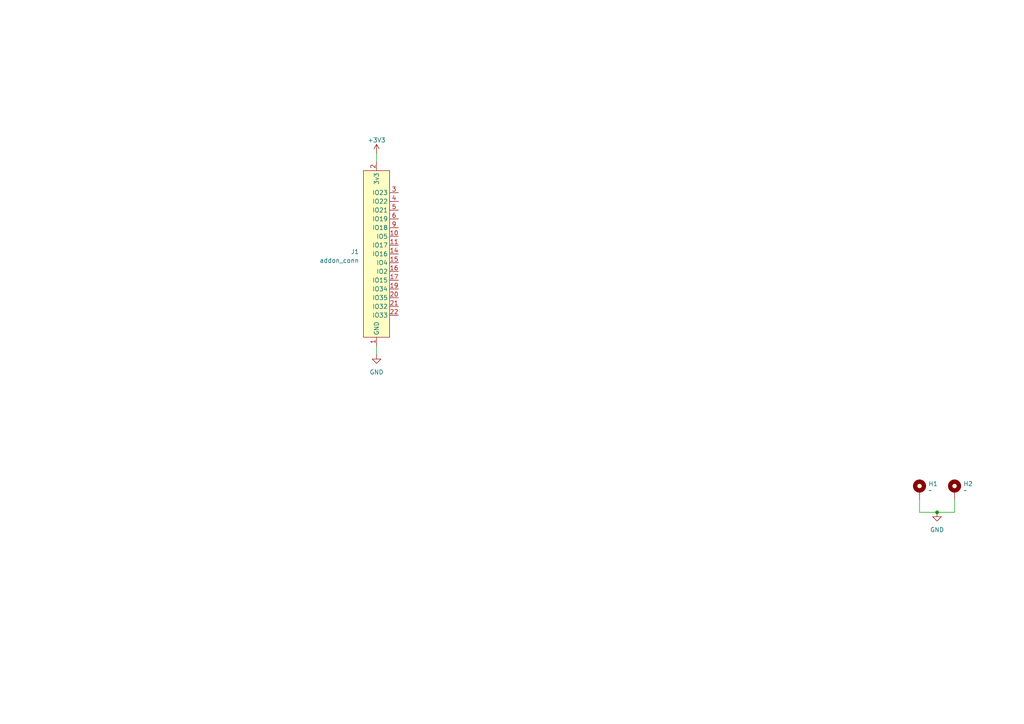
<source format=kicad_sch>
(kicad_sch (version 20220331) (generator eeschema)
  (paper "A4")
  (title_block (title "Game Over addon") (rev "0.1") (company "Flávio Amieiro"))
  (lib_symbols
    (symbol "GameOver:addon_conn"
      (property "Reference" "J" (at 2.54 25.4 0))
      (property "Value" "addon_conn" (at 7.62 -25.4 0))
      (symbol "addon_conn_0_0"
        (pin power_in line (at 0 -26.67 90) (length 2.54) (name "GND") (number "1"))
        (pin bidirectional line (at 6.35 5.08 180) (length 2.54) (name "IO5") (number "10"))
        (pin bidirectional line (at 6.35 2.54 180) (length 2.54) (name "IO17") (number "11"))
        (pin power_in line (at 0 -26.67 90) (length 2.54) hide (name "GND") (number "12"))
        (pin power_in line (at 0 26.67 270) (length 2.54) hide (name "3v3") (number "13"))
        (pin bidirectional line (at 6.35 0 180) (length 2.54) (name "IO16") (number "14"))
        (pin bidirectional line (at 6.35 -2.54 180) (length 2.54) (name "IO4") (number "15"))
        (pin bidirectional line (at 6.35 -5.08 180) (length 2.54) (name "IO2") (number "16"))
        (pin bidirectional line (at 6.35 -7.62 180) (length 2.54) (name "IO15") (number "17"))
        (pin power_in line (at 0 -26.67 90) (length 2.54) hide (name "GND") (number "18"))
        (pin bidirectional line (at 6.35 -10.16 180) (length 2.54) (name "IO34") (number "19"))
        (pin power_in line (at 0 26.67 270) (length 2.54) (name "3v3") (number "2"))
        (pin bidirectional line (at 6.35 -12.7 180) (length 2.54) (name "IO35") (number "20"))
        (pin bidirectional line (at 6.35 -15.24 180) (length 2.54) (name "IO32") (number "21"))
        (pin bidirectional line (at 6.35 -17.78 180) (length 2.54) (name "IO33") (number "22"))
        (pin power_in line (at 0 -26.67 90) (length 2.54) hide (name "GND") (number "23"))
        (pin power_in line (at 0 26.67 270) (length 2.54) hide (name "3v3") (number "24"))
        (pin bidirectional line (at 6.35 17.78 180) (length 2.54) (name "IO23") (number "3"))
        (pin bidirectional line (at 6.35 15.24 180) (length 2.54) (name "IO22") (number "4"))
        (pin bidirectional line (at 6.35 12.7 180) (length 2.54) (name "IO21") (number "5"))
        (pin bidirectional line (at 6.35 10.16 180) (length 2.54) (name "IO19") (number "6"))
        (pin power_in line (at 0 -26.67 90) (length 2.54) hide (name "GND") (number "7"))
        (pin power_in line (at 0 26.67 270) (length 2.54) hide (name "3v3") (number "8"))
        (pin bidirectional line (at 6.35 7.62 180) (length 2.54) (name "IO18") (number "9"))
      )
      (symbol "addon_conn_0_1"
        (rectangle (start -3.81 24.13) (end 3.81 -24.13) (fill (type background)))
      )
    )
    (symbol "Mechanical:MountingHole_Pad" (pin_numbers hide) (pin_names (offset 1.016) hide)
      (property "Reference" "H" (at 0 6.35 0))
      (property "Value" "MountingHole_Pad" (at 0 4.445 0))
      (symbol "MountingHole_Pad_0_1"
        (circle (center 0 1.27) (radius 1.27) (stroke (width 1.27)))
      )
      (symbol "MountingHole_Pad_1_1"
        (pin input line (at 0 -2.54 90) (length 2.54) (name "1") (number "1"))
      )
    )
    (symbol "power:+3V3" (power) (pin_names (offset 0))
      (property "Value" "+3V3" (at 0 3.556 0))
      (symbol "+3V3_0_1"
        (polyline (pts (xy -0.762 1.27) (xy 0 2.54)))
        (polyline (pts (xy 0 0) (xy 0 2.54)))
        (polyline (pts (xy 0 2.54) (xy 0.762 1.27)))
      )
      (symbol "+3V3_1_1"
        (pin power_in line (at 0 0 90) (length 0) hide (name "+3V3") (number "1"))
      )
    )
    (symbol "power:GND" (power) (pin_names (offset 0))
      (property "Value" "GND" (at 0 -3.81 0))
      (symbol "GND_0_1"
        (polyline (pts (xy 0 0) (xy 0 -1.27) (xy 1.27 -1.27) (xy 0 -2.54) (xy -1.27 -1.27) (xy 0 -1.27)))
      )
      (symbol "GND_1_1"
        (pin power_in line (at 0 0 270) (length 0) hide (name "GND") (number "1"))
      )
    )
  )
  (junction (at 271.78 148.59))
  (wire (pts (xy 109.22 44.45) (xy 109.22 46.99)))
  (wire (pts (xy 276.86 148.59) (xy 276.86 144.78)))
  (wire (pts (xy 266.7 148.59) (xy 271.78 148.59)))
  (wire (pts (xy 109.22 100.33) (xy 109.22 102.87)))
  (wire (pts (xy 271.78 148.59) (xy 276.86 148.59)))
  (wire (pts (xy 266.7 144.78) (xy 266.7 148.59)))
  (symbol (lib_id "power:GND") (at 109.22 102.87 0) (unit 1)
    (property "Reference" "#PWR0101" (effects hide))
    (property "Value" "GND" (at 109.22 107.95 0))
  )
  (symbol (lib_id "Mechanical:MountingHole_Pad") (at 276.86 142.24 0) (unit 1)
    (property "Reference" "H2" (at 279.4 140.335 0) (effects (justify left)))
    (property "Value" "~" (at 279.4 142.24 0) (effects (justify left)))
    (property "Footprint" "MountingHole:MountingHole_2.2mm_M2_Pad_Via" (effects hide))
  )
  (symbol (lib_id "Mechanical:MountingHole_Pad") (at 266.7 142.24 0) (unit 1)
    (property "Reference" "H1" (at 269.24 140.335 0) (effects (justify left)))
    (property "Value" "~" (at 269.24 142.24 0) (effects (justify left)))
    (property "Footprint" "MountingHole:MountingHole_2.2mm_M2_Pad_Via" (effects hide))
  )
  (symbol (lib_id "power:GND") (at 271.78 148.59 0) (unit 1)
    (property "Reference" "#PWR01" (effects hide))
    (property "Value" "GND" (at 271.78 153.67 0))
  )
  (symbol (lib_id "GameOver:addon_conn") (at 109.22 73.66 0) (unit 1)
    (property "Reference" "J1" (at 104.14 73.025 0) (effects (justify right)))
    (property "Value" "addon_conn" (at 104.14 75.565 0) (effects (justify right)))
    (property "Footprint" "GameOver:TXGA_FFC05036-24SBD113W5M_1x24_P0.50mm_Horizontal" (effects hide))
  )
  (symbol (lib_id "power:+3V3") (at 109.22 44.45 0) (unit 1)
    (property "Reference" "#PWR0102" (effects hide))
    (property "Value" "+3V3" (at 109.22 40.64 0))
  )
)
</source>
